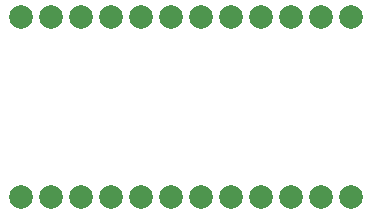
<source format=gbr>
%TF.GenerationSoftware,KiCad,Pcbnew,(5.1.9)-1*%
%TF.CreationDate,2021-01-29T17:06:41+01:00*%
%TF.ProjectId,ProMini_MouseJiggler,50726f4d-696e-4695-9f4d-6f7573654a69,rev?*%
%TF.SameCoordinates,Original*%
%TF.FileFunction,Soldermask,Bot*%
%TF.FilePolarity,Negative*%
%FSLAX46Y46*%
G04 Gerber Fmt 4.6, Leading zero omitted, Abs format (unit mm)*
G04 Created by KiCad (PCBNEW (5.1.9)-1) date 2021-01-29 17:06:41*
%MOMM*%
%LPD*%
G01*
G04 APERTURE LIST*
%ADD10C,2.000000*%
G04 APERTURE END LIST*
D10*
%TO.C,U1*%
X120300000Y-87880000D03*
X122840000Y-87880000D03*
X125380000Y-87880000D03*
X127920000Y-87880000D03*
X130460000Y-87880000D03*
X133000000Y-87880000D03*
X135540000Y-87880000D03*
X138080000Y-87880000D03*
X140620000Y-87880000D03*
X143160000Y-87880000D03*
X145700000Y-87880000D03*
X148240000Y-87880000D03*
X148240000Y-103120000D03*
X145700000Y-103120000D03*
X143160000Y-103120000D03*
X140620000Y-103120000D03*
X138080000Y-103120000D03*
X135540000Y-103120000D03*
X133000000Y-103120000D03*
X130460000Y-103120000D03*
X127920000Y-103120000D03*
X125380000Y-103120000D03*
X122840000Y-103120000D03*
X120300000Y-103120000D03*
%TD*%
M02*

</source>
